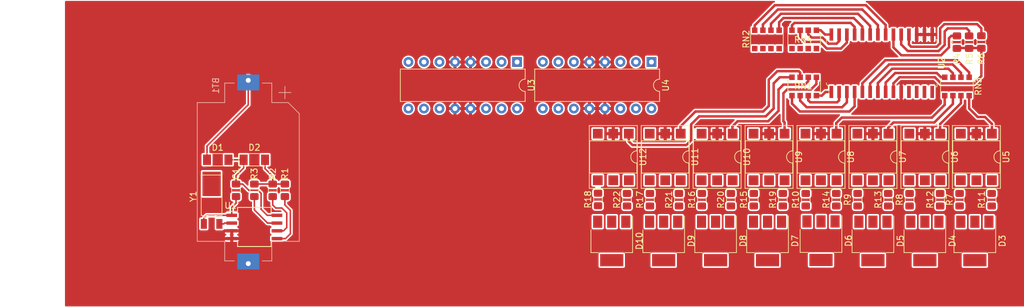
<source format=kicad_pcb>
(kicad_pcb (version 20171130) (host pcbnew "(5.0.0)")
  (layers (0 F.Cu signal) (31 B.Cu signal) (34 B.Paste user hide) (35 F.Paste user hide) (36 B.SilkS user hide) (37 F.SilkS user) (38 B.Mask user hide) (39 F.Mask user hide) (44 Edge.Cuts user))
  (net 0 "")
  (net 1 GND)
  (net 2 "Net-(BT1-Pad1)")
  (net 3 "Net-(C1-Pad1)")
  (net 4 "Net-(C1-Pad2)")
  (net 5 +5V)
  (net 6 /SDA)
  (net 7 /SCL)
  (net 8 "Net-(U1-Pad2)")
  (net 9 /~INT)
  (net 10 "Net-(U2-Pad11)")
  (net 11 "Net-(U2-Pad14)")
  (net 12 /~INTA)
  (net 13 /~INTB)
  (net 14 /~RST)
  (net 15 "Net-(RN1-Pad1)")
  (net 16 "Net-(RN1-Pad2)")
  (net 17 "Net-(RN1-Pad3)")
  (net 18 "Net-(RN1-Pad4)")
  (net 19 "Net-(RN3-Pad1)")
  (net 20 "Net-(RN3-Pad2)")
  (net 21 "Net-(RN3-Pad3)")
  (net 22 "Net-(RN3-Pad4)")
  (net 23 "Net-(RN2-Pad1)")
  (net 24 "Net-(RN2-Pad2)")
  (net 25 "Net-(RN2-Pad3)")
  (net 26 "Net-(RN2-Pad4)")
  (net 27 "Net-(RN4-Pad1)")
  (net 28 "Net-(RN4-Pad2)")
  (net 29 "Net-(RN4-Pad3)")
  (net 30 "Net-(RN4-Pad4)")
  (net 31 /M1ENA)
  (net 32 /M2ENA)
  (net 33 /MA)
  (net 34 "Net-(U3-Pad3)")
  (net 35 "Net-(U3-Pad11)")
  (net 36 "Net-(U3-Pad6)")
  (net 37 "Net-(U3-Pad14)")
  (net 38 /MB)
  (net 39 +15V)
  (net 40 "Net-(U4-Pad14)")
  (net 41 "Net-(U4-Pad6)")
  (net 42 "Net-(U4-Pad11)")
  (net 43 "Net-(U4-Pad3)")
  (net 44 /M4ENA)
  (net 45 /M3ENA)
  (net 46 "Net-(D3-Pad2)")
  (net 47 "Net-(D3-Pad3)")
  (net 48 "Net-(D3-Pad1)")
  (net 49 "Net-(D4-Pad1)")
  (net 50 "Net-(D4-Pad3)")
  (net 51 "Net-(D4-Pad2)")
  (net 52 "Net-(D5-Pad1)")
  (net 53 "Net-(D5-Pad3)")
  (net 54 "Net-(D5-Pad2)")
  (net 55 "Net-(D6-Pad2)")
  (net 56 "Net-(D6-Pad3)")
  (net 57 "Net-(D6-Pad1)")
  (net 58 "Net-(D7-Pad1)")
  (net 59 "Net-(D7-Pad3)")
  (net 60 "Net-(D7-Pad2)")
  (net 61 "Net-(D8-Pad2)")
  (net 62 "Net-(D8-Pad3)")
  (net 63 "Net-(D8-Pad1)")
  (net 64 "Net-(D9-Pad2)")
  (net 65 "Net-(D9-Pad3)")
  (net 66 "Net-(D9-Pad1)")
  (net 67 "Net-(D10-Pad1)")
  (net 68 "Net-(D10-Pad3)")
  (net 69 "Net-(D10-Pad2)")
  (net 70 "Net-(R11-Pad2)")
  (net 71 "Net-(R12-Pad2)")
  (net 72 "Net-(R13-Pad2)")
  (net 73 "Net-(R14-Pad2)")
  (net 74 "Net-(R19-Pad2)")
  (net 75 "Net-(R20-Pad2)")
  (net 76 "Net-(R21-Pad2)")
  (net 77 "Net-(R22-Pad2)")
  (net 78 /OC1)
  (net 79 "Net-(U5-Pad5)")
  (net 80 "Net-(U5-Pad3)")
  (net 81 /OC2)
  (net 82 "Net-(U6-Pad5)")
  (net 83 "Net-(U6-Pad3)")
  (net 84 "Net-(U7-Pad3)")
  (net 85 "Net-(U7-Pad5)")
  (net 86 /OC3)
  (net 87 /OC4)
  (net 88 "Net-(U8-Pad5)")
  (net 89 "Net-(U8-Pad3)")
  (net 90 "Net-(U9-Pad3)")
  (net 91 "Net-(U9-Pad5)")
  (net 92 /OC5)
  (net 93 /OC6)
  (net 94 "Net-(U10-Pad5)")
  (net 95 "Net-(U10-Pad3)")
  (net 96 "Net-(U11-Pad3)")
  (net 97 "Net-(U11-Pad5)")
  (net 98 /OC7)
  (net 99 "Net-(U12-Pad3)")
  (net 100 "Net-(U12-Pad5)")
  (net 101 /OC8)
  (net 102 "Net-(RN2-Pad6)")
  (net 103 "Net-(RN2-Pad5)")
  (net 104 "Net-(RN2-Pad8)")
  (net 105 "Net-(RN2-Pad7)")
  (net 106 "Net-(RN4-Pad7)")
  (net 107 "Net-(RN4-Pad8)")
  (net 108 "Net-(RN4-Pad5)")
  (net 109 "Net-(RN4-Pad6)")
  (module Battery:BatteryHolder_Keystone_1060_1x2032 (layer B.Cu) (at 73 63 270)
    (fp_text reference BT1 (at -14.125 5.3 270) (layer B.SilkS) (effects (justify mirror)))
    (fp_text value CR2032)
    (pad 2 smd rect (at 14.65 0 90) (size 2.6 3.6) (layers B.Cu B.Paste B.Mask) (net 1 GND))
    (pad 1 smd rect (at -14.65 0 90) (size 2.6 3.6) (layers B.Cu B.Paste B.Mask) (net 2 "Net-(BT1-Pad1)"))
  )
  (module Capacitor_SMD:C_0805_2012Metric_Pad1.15x1.40mm_HandSolder (layer F.Cu) (at 71 66 270)
    (fp_text reference C1 (at -2.7 0 270) (layer F.SilkS))
    (fp_text value 22p)
    (pad 1 smd roundrect (at -1.025 0 270) (size 1.15 1.4) (layers F.Cu F.Paste F.Mask) (roundrect_rratio 0.217391) (net 3 "Net-(C1-Pad1)"))
    (pad 2 smd roundrect (at 1.025 0 270) (size 1.15 1.4) (layers F.Cu F.Paste F.Mask) (roundrect_rratio 0.217391) (net 4 "Net-(C1-Pad2)"))
  )
  (module Diode_SMD:D_MiniMELF (layer F.Cu) (at 68 61 180)
    (fp_text reference D1 (at 0 2 180) (layer F.SilkS))
    (fp_text value BAS32)
    (pad 1 smd rect (at -1.75 0 180) (size 1.3 1.7) (layers F.Cu F.Paste F.Mask) (net 3 "Net-(C1-Pad1)"))
    (pad 2 smd rect (at 1.75 0 180) (size 1.3 1.7) (layers F.Cu F.Paste F.Mask) (net 2 "Net-(BT1-Pad1)"))
  )
  (module Diode_SMD:D_MiniMELF (layer F.Cu) (at 74 61)
    (fp_text reference D2 (at 0 -2) (layer F.SilkS))
    (fp_text value BAS32)
    (pad 2 smd rect (at 1.75 0) (size 1.3 1.7) (layers F.Cu F.Paste F.Mask) (net 5 +5V))
    (pad 1 smd rect (at -1.75 0) (size 1.3 1.7) (layers F.Cu F.Paste F.Mask) (net 3 "Net-(C1-Pad1)"))
  )
  (module Resistor_SMD:R_0805_2012Metric_Pad1.15x1.40mm_HandSolder (layer F.Cu) (at 79 66 270)
    (fp_text reference R1 (at -2.7 0 270) (layer F.SilkS))
    (fp_text value 4.7k)
    (pad 1 smd roundrect (at -1.025 0 270) (size 1.15 1.4) (layers F.Cu F.Paste F.Mask) (roundrect_rratio 0.217391) (net 5 +5V))
    (pad 2 smd roundrect (at 1.025 0 270) (size 1.15 1.4) (layers F.Cu F.Paste F.Mask) (roundrect_rratio 0.217391) (net 6 /SDA))
  )
  (module Resistor_SMD:R_0805_2012Metric_Pad1.15x1.40mm_HandSolder (layer F.Cu) (at 77 66 270)
    (fp_text reference R2 (at -2.7 0 270) (layer F.SilkS))
    (fp_text value 4.7k)
    (pad 2 smd roundrect (at 1.025 0 270) (size 1.15 1.4) (layers F.Cu F.Paste F.Mask) (roundrect_rratio 0.217391) (net 7 /SCL))
    (pad 1 smd roundrect (at -1.025 0 270) (size 1.15 1.4) (layers F.Cu F.Paste F.Mask) (roundrect_rratio 0.217391) (net 5 +5V))
  )
  (module Package_SO:SO-8_5.3x6.2mm_P1.27mm (layer F.Cu) (at 74 72)
    (fp_text reference U1 (at -3.9 -3.5) (layer F.SilkS))
    (fp_text value PCF8583T)
    (pad 1 smd rect (at -3.7 -1.905) (size 1.75 0.55) (layers F.Cu F.Paste F.Mask) (net 4 "Net-(C1-Pad2)"))
    (pad 2 smd rect (at -3.7 -0.635) (size 1.75 0.55) (layers F.Cu F.Paste F.Mask) (net 8 "Net-(U1-Pad2)"))
    (pad 3 smd rect (at -3.7 0.635) (size 1.75 0.55) (layers F.Cu F.Paste F.Mask) (net 1 GND))
    (pad 4 smd rect (at -3.7 1.905) (size 1.75 0.55) (layers F.Cu F.Paste F.Mask) (net 1 GND))
    (pad 5 smd rect (at 3.7 1.905) (size 1.75 0.55) (layers F.Cu F.Paste F.Mask) (net 6 /SDA))
    (pad 6 smd rect (at 3.7 0.635) (size 1.75 0.55) (layers F.Cu F.Paste F.Mask) (net 7 /SCL))
    (pad 7 smd rect (at 3.7 -0.635) (size 1.75 0.55) (layers F.Cu F.Paste F.Mask) (net 9 /~INT))
    (pad 8 smd rect (at 3.7 -1.905) (size 1.75 0.55) (layers F.Cu F.Paste F.Mask) (net 3 "Net-(C1-Pad1)"))
  )
  (module Resistor_SMD:R_0805_2012Metric_Pad1.15x1.40mm_HandSolder (layer F.Cu) (at 74 66 270)
    (fp_text reference R3 (at -2.7 0 270) (layer F.SilkS))
    (fp_text value 4.7k)
    (pad 1 smd roundrect (at -1.025 0 270) (size 1.15 1.4) (layers F.Cu F.Paste F.Mask) (roundrect_rratio 0.217391) (net 5 +5V))
    (pad 2 smd roundrect (at 1.025 0 270) (size 1.15 1.4) (layers F.Cu F.Paste F.Mask) (roundrect_rratio 0.217391) (net 9 /~INT))
  )
  (module Crystal:Crystal_SMD_FrontierElectronics_FM206 (layer F.Cu) (at 67 68 180)
    (fp_text reference Y1 (at 3 1 270) (layer F.SilkS))
    (fp_text value 32768)
    (pad 1 smd rect (at -1.27 -3.5 180) (size 1 1.6) (layers F.Cu F.Paste F.Mask) (net 8 "Net-(U1-Pad2)"))
    (pad 2 smd rect (at 1.27 -3.5 180) (size 1 1.6) (layers F.Cu F.Paste F.Mask) (net 4 "Net-(C1-Pad2)"))
    (pad 3 smd rect (at 0 3.05 180) (size 3 4) (layers F.Cu F.Paste F.Mask))
  )
  (module digikey-footprints:SOIC-28_W7.5mm (layer F.Cu) (at 176.7 45.2 90)
    (fp_text reference U2 (at 0 9.795 90) (layer F.SilkS))
    (fp_text value MCP23017-E_SO)
    (pad 1 smd rect (at -4.7 -8.255 90) (size 2 0.6) (layers F.Cu F.Paste F.Mask) (net 18 "Net-(RN1-Pad4)"))
    (pad 2 smd rect (at -4.7 -6.985 90) (size 2 0.6) (layers F.Cu F.Paste F.Mask) (net 17 "Net-(RN1-Pad3)"))
    (pad 3 smd rect (at -4.7 -5.715 90) (size 2 0.6) (layers F.Cu F.Paste F.Mask) (net 16 "Net-(RN1-Pad2)"))
    (pad 4 smd rect (at -4.7 -4.445 90) (size 2 0.6) (layers F.Cu F.Paste F.Mask) (net 15 "Net-(RN1-Pad1)"))
    (pad 5 smd rect (at -4.7 -3.175 90) (size 2 0.6) (layers F.Cu F.Paste F.Mask) (net 19 "Net-(RN3-Pad1)"))
    (pad 6 smd rect (at -4.7 -1.905 90) (size 2 0.6) (layers F.Cu F.Paste F.Mask) (net 20 "Net-(RN3-Pad2)"))
    (pad 7 smd rect (at -4.7 -0.635 90) (size 2 0.6) (layers F.Cu F.Paste F.Mask) (net 21 "Net-(RN3-Pad3)"))
    (pad 8 smd rect (at -4.7 0.635 90) (size 2 0.6) (layers F.Cu F.Paste F.Mask) (net 22 "Net-(RN3-Pad4)"))
    (pad 9 smd rect (at -4.7 1.905 90) (size 2 0.6) (layers F.Cu F.Paste F.Mask) (net 5 +5V))
    (pad 10 smd rect (at -4.7 3.175 90) (size 2 0.6) (layers F.Cu F.Paste F.Mask) (net 1 GND))
    (pad 11 smd rect (at -4.7 4.445 90) (size 2 0.6) (layers F.Cu F.Paste F.Mask) (net 10 "Net-(U2-Pad11)"))
    (pad 12 smd rect (at -4.7 5.715 90) (size 2 0.6) (layers F.Cu F.Paste F.Mask) (net 7 /SCL))
    (pad 13 smd rect (at -4.7 6.985 90) (size 2 0.6) (layers F.Cu F.Paste F.Mask) (net 6 /SDA))
    (pad 14 smd rect (at -4.7 8.255 90) (size 2 0.6) (layers F.Cu F.Paste F.Mask) (net 11 "Net-(U2-Pad14)"))
    (pad 15 smd rect (at 4.7 8.255 90) (size 2 0.6) (layers F.Cu F.Paste F.Mask) (net 1 GND))
    (pad 16 smd rect (at 4.7 6.985 90) (size 2 0.6) (layers F.Cu F.Paste F.Mask) (net 1 GND))
    (pad 17 smd rect (at 4.7 5.715 90) (size 2 0.6) (layers F.Cu F.Paste F.Mask) (net 1 GND))
    (pad 18 smd rect (at 4.7 4.445 90) (size 2 0.6) (layers F.Cu F.Paste F.Mask) (net 14 /~RST))
    (pad 19 smd rect (at 4.7 3.175 90) (size 2 0.6) (layers F.Cu F.Paste F.Mask) (net 13 /~INTB))
    (pad 20 smd rect (at 4.7 1.905 90) (size 2 0.6) (layers F.Cu F.Paste F.Mask) (net 12 /~INTA))
    (pad 21 smd rect (at 4.7 0.635 90) (size 2 0.6) (layers F.Cu F.Paste F.Mask) (net 26 "Net-(RN2-Pad4)"))
    (pad 22 smd rect (at 4.7 -0.635 90) (size 2 0.6) (layers F.Cu F.Paste F.Mask) (net 25 "Net-(RN2-Pad3)"))
    (pad 23 smd rect (at 4.7 -1.905 90) (size 2 0.6) (layers F.Cu F.Paste F.Mask) (net 24 "Net-(RN2-Pad2)"))
    (pad 24 smd rect (at 4.7 -3.175 90) (size 2 0.6) (layers F.Cu F.Paste F.Mask) (net 23 "Net-(RN2-Pad1)"))
    (pad 25 smd rect (at 4.7 -4.445 90) (size 2 0.6) (layers F.Cu F.Paste F.Mask) (net 30 "Net-(RN4-Pad4)"))
    (pad 26 smd rect (at 4.7 -5.715 90) (size 2 0.6) (layers F.Cu F.Paste F.Mask) (net 29 "Net-(RN4-Pad3)"))
    (pad 27 smd rect (at 4.7 -6.985 90) (size 2 0.6) (layers F.Cu F.Paste F.Mask) (net 28 "Net-(RN4-Pad2)"))
    (pad 28 smd rect (at 4.7 -8.255 90) (size 2 0.6) (layers F.Cu F.Paste F.Mask) (net 27 "Net-(RN4-Pad1)"))
  )
  (module Resistor_SMD:R_0805_2012Metric_Pad1.15x1.40mm_HandSolder (layer F.Cu) (at 189 41.75 90)
    (fp_text reference R4 (at -2.75 0.005 90) (layer F.SilkS))
    (fp_text value 4.7k)
    (pad 1 smd roundrect (at -1.025 0 90) (size 1.15 1.4) (layers F.Cu F.Paste F.Mask) (roundrect_rratio 0.217391) (net 5 +5V))
    (pad 2 smd roundrect (at 1.025 0 90) (size 1.15 1.4) (layers F.Cu F.Paste F.Mask) (roundrect_rratio 0.217391) (net 12 /~INTA))
  )
  (module Resistor_SMD:R_0805_2012Metric_Pad1.15x1.40mm_HandSolder (layer F.Cu) (at 191 41.75 90)
    (fp_text reference R5 (at -2.75 0.055 90) (layer F.SilkS))
    (fp_text value 4.7k)
    (pad 2 smd roundrect (at 1.025 0 90) (size 1.15 1.4) (layers F.Cu F.Paste F.Mask) (roundrect_rratio 0.217391) (net 13 /~INTB))
    (pad 1 smd roundrect (at -1.025 0 90) (size 1.15 1.4) (layers F.Cu F.Paste F.Mask) (roundrect_rratio 0.217391) (net 5 +5V))
  )
  (module Resistor_SMD:R_0805_2012Metric_Pad1.15x1.40mm_HandSolder (layer F.Cu) (at 193 41.725 90)
    (fp_text reference R6 (at -2.75 0.005 90) (layer F.SilkS))
    (fp_text value 4.7k)
    (pad 1 smd roundrect (at -1.025 0 90) (size 1.15 1.4) (layers F.Cu F.Paste F.Mask) (roundrect_rratio 0.217391) (net 5 +5V))
    (pad 2 smd roundrect (at 1.025 0 90) (size 1.15 1.4) (layers F.Cu F.Paste F.Mask) (roundrect_rratio 0.217391) (net 14 /~RST))
  )
  (module Resistor_SMD:R_Array_Convex_4x1206 (layer F.Cu) (at 164 49 90)
    (fp_text reference RN1 (at 0.055 -0.15 180) (layer F.SilkS))
    (fp_text value R_Pack04)
    (pad 6 smd rect (at 1.5 0.66 90) (size 0.9 0.9) (layers F.Cu F.Paste F.Mask) (net 93 /OC6))
    (pad 5 smd rect (at 1.5 2 90) (size 0.9 0.9) (layers F.Cu F.Paste F.Mask) (net 92 /OC5))
    (pad 8 smd rect (at 1.5 -2 90) (size 0.9 0.9) (layers F.Cu F.Paste F.Mask) (net 101 /OC8))
    (pad 7 smd rect (at 1.5 -0.66 90) (size 0.9 0.9) (layers F.Cu F.Paste F.Mask) (net 98 /OC7))
    (pad 3 smd rect (at -1.5 0.66 90) (size 0.9 0.9) (layers F.Cu F.Paste F.Mask) (net 17 "Net-(RN1-Pad3)"))
    (pad 2 smd rect (at -1.5 -0.66 90) (size 0.9 0.9) (layers F.Cu F.Paste F.Mask) (net 16 "Net-(RN1-Pad2)"))
    (pad 4 smd rect (at -1.5 2 90) (size 0.9 0.9) (layers F.Cu F.Paste F.Mask) (net 18 "Net-(RN1-Pad4)"))
    (pad 1 smd rect (at -1.5 -2 90) (size 0.9 0.9) (layers F.Cu F.Paste F.Mask) (net 15 "Net-(RN1-Pad1)"))
  )
  (module Resistor_SMD:R_Array_Convex_4x1206 (layer F.Cu) (at 157.9 41.3 270)
    (fp_text reference RN2 (at -0.045 3.4 270) (layer F.SilkS))
    (fp_text value R_Pack04)
    (pad 6 smd rect (at 1.5 0.66 270) (size 0.9 0.9) (layers F.Cu F.Paste F.Mask) (net 102 "Net-(RN2-Pad6)"))
    (pad 5 smd rect (at 1.5 2 270) (size 0.9 0.9) (layers F.Cu F.Paste F.Mask) (net 103 "Net-(RN2-Pad5)"))
    (pad 8 smd rect (at 1.5 -2 270) (size 0.9 0.9) (layers F.Cu F.Paste F.Mask) (net 104 "Net-(RN2-Pad8)"))
    (pad 7 smd rect (at 1.5 -0.66 270) (size 0.9 0.9) (layers F.Cu F.Paste F.Mask) (net 105 "Net-(RN2-Pad7)"))
    (pad 3 smd rect (at -1.5 0.66 270) (size 0.9 0.9) (layers F.Cu F.Paste F.Mask) (net 25 "Net-(RN2-Pad3)"))
    (pad 2 smd rect (at -1.5 -0.66 270) (size 0.9 0.9) (layers F.Cu F.Paste F.Mask) (net 24 "Net-(RN2-Pad2)"))
    (pad 4 smd rect (at -1.5 2 270) (size 0.9 0.9) (layers F.Cu F.Paste F.Mask) (net 26 "Net-(RN2-Pad4)"))
    (pad 1 smd rect (at -1.5 -2 270) (size 0.9 0.9) (layers F.Cu F.Paste F.Mask) (net 23 "Net-(RN2-Pad1)"))
  )
  (module Resistor_SMD:R_Array_Convex_4x1206 (layer F.Cu) (at 189 49 270)
    (fp_text reference RN3 (at 0 -3.5 270) (layer F.SilkS))
    (fp_text value R_Pack04)
    (pad 1 smd rect (at -1.5 -2 270) (size 0.9 0.9) (layers F.Cu F.Paste F.Mask) (net 19 "Net-(RN3-Pad1)"))
    (pad 4 smd rect (at -1.5 2 270) (size 0.9 0.9) (layers F.Cu F.Paste F.Mask) (net 22 "Net-(RN3-Pad4)"))
    (pad 2 smd rect (at -1.5 -0.66 270) (size 0.9 0.9) (layers F.Cu F.Paste F.Mask) (net 20 "Net-(RN3-Pad2)"))
    (pad 3 smd rect (at -1.5 0.66 270) (size 0.9 0.9) (layers F.Cu F.Paste F.Mask) (net 21 "Net-(RN3-Pad3)"))
    (pad 7 smd rect (at 1.5 -0.66 270) (size 0.9 0.9) (layers F.Cu F.Paste F.Mask) (net 81 /OC2))
    (pad 8 smd rect (at 1.5 -2 270) (size 0.9 0.9) (layers F.Cu F.Paste F.Mask) (net 78 /OC1))
    (pad 5 smd rect (at 1.5 2 270) (size 0.9 0.9) (layers F.Cu F.Paste F.Mask) (net 87 /OC4))
    (pad 6 smd rect (at 1.5 0.66 270) (size 0.9 0.9) (layers F.Cu F.Paste F.Mask) (net 86 /OC3))
  )
  (module Resistor_SMD:R_Array_Convex_4x1206 (layer F.Cu) (at 164 41.3 270)
    (fp_text reference RN4 (at 0.055 0.15) (layer F.SilkS))
    (fp_text value R_Pack04)
    (pad 1 smd rect (at -1.5 -2 270) (size 0.9 0.9) (layers F.Cu F.Paste F.Mask) (net 27 "Net-(RN4-Pad1)"))
    (pad 4 smd rect (at -1.5 2 270) (size 0.9 0.9) (layers F.Cu F.Paste F.Mask) (net 30 "Net-(RN4-Pad4)"))
    (pad 2 smd rect (at -1.5 -0.66 270) (size 0.9 0.9) (layers F.Cu F.Paste F.Mask) (net 28 "Net-(RN4-Pad2)"))
    (pad 3 smd rect (at -1.5 0.66 270) (size 0.9 0.9) (layers F.Cu F.Paste F.Mask) (net 29 "Net-(RN4-Pad3)"))
    (pad 7 smd rect (at 1.5 -0.66 270) (size 0.9 0.9) (layers F.Cu F.Paste F.Mask) (net 106 "Net-(RN4-Pad7)"))
    (pad 8 smd rect (at 1.5 -2 270) (size 0.9 0.9) (layers F.Cu F.Paste F.Mask) (net 107 "Net-(RN4-Pad8)"))
    (pad 5 smd rect (at 1.5 2 270) (size 0.9 0.9) (layers F.Cu F.Paste F.Mask) (net 108 "Net-(RN4-Pad5)"))
    (pad 6 smd rect (at 1.5 0.66 270) (size 0.9 0.9) (layers F.Cu F.Paste F.Mask) (net 109 "Net-(RN4-Pad6)"))
  )
  (module Package_DIP:DIP-16_W7.62mm (layer F.Cu) (at 117 45 270)
    (fp_text reference U3 (at 3.81 -2.33 270) (layer F.SilkS))
    (fp_text value L293D)
    (pad 1 thru_hole rect (at 0 0 270) (size 1.6 1.6) (drill 0.8) (layers *.Cu *.Mask) (net 31 /M1ENA))
    (pad 9 thru_hole oval (at 7.62 17.78 270) (size 1.6 1.6) (drill 0.8) (layers *.Cu *.Mask) (net 32 /M2ENA))
    (pad 2 thru_hole oval (at 0 2.54 270) (size 1.6 1.6) (drill 0.8) (layers *.Cu *.Mask) (net 33 /MA))
    (pad 10 thru_hole oval (at 7.62 15.24 270) (size 1.6 1.6) (drill 0.8) (layers *.Cu *.Mask) (net 33 /MA))
    (pad 3 thru_hole oval (at 0 5.08 270) (size 1.6 1.6) (drill 0.8) (layers *.Cu *.Mask) (net 34 "Net-(U3-Pad3)"))
    (pad 11 thru_hole oval (at 7.62 12.7 270) (size 1.6 1.6) (drill 0.8) (layers *.Cu *.Mask) (net 35 "Net-(U3-Pad11)"))
    (pad 4 thru_hole oval (at 0 7.62 270) (size 1.6 1.6) (drill 0.8) (layers *.Cu *.Mask) (net 1 GND))
    (pad 12 thru_hole oval (at 7.62 10.16 270) (size 1.6 1.6) (drill 0.8) (layers *.Cu *.Mask) (net 1 GND))
    (pad 5 thru_hole oval (at 0 10.16 270) (size 1.6 1.6) (drill 0.8) (layers *.Cu *.Mask) (net 1 GND))
    (pad 13 thru_hole oval (at 7.62 7.62 270) (size 1.6 1.6) (drill 0.8) (layers *.Cu *.Mask) (net 1 GND))
    (pad 6 thru_hole oval (at 0 12.7 270) (size 1.6 1.6) (drill 0.8) (layers *.Cu *.Mask) (net 36 "Net-(U3-Pad6)"))
    (pad 14 thru_hole oval (at 7.62 5.08 270) (size 1.6 1.6) (drill 0.8) (layers *.Cu *.Mask) (net 37 "Net-(U3-Pad14)"))
    (pad 7 thru_hole oval (at 0 15.24 270) (size 1.6 1.6) (drill 0.8) (layers *.Cu *.Mask) (net 38 /MB))
    (pad 15 thru_hole oval (at 7.62 2.54 270) (size 1.6 1.6) (drill 0.8) (layers *.Cu *.Mask) (net 38 /MB))
    (pad 8 thru_hole oval (at 0 17.78 270) (size 1.6 1.6) (drill 0.8) (layers *.Cu *.Mask) (net 39 +15V))
    (pad 16 thru_hole oval (at 7.62 0 270) (size 1.6 1.6) (drill 0.8) (layers *.Cu *.Mask) (net 5 +5V))
  )
  (module Package_DIP:DIP-16_W7.62mm (layer F.Cu) (at 139 45 270)
    (fp_text reference U4 (at 3.81 -2.33 270) (layer F.SilkS))
    (fp_text value L293D)
    (pad 16 thru_hole oval (at 7.62 0 270) (size 1.6 1.6) (drill 0.8) (layers *.Cu *.Mask) (net 5 +5V))
    (pad 8 thru_hole oval (at 0 17.78 270) (size 1.6 1.6) (drill 0.8) (layers *.Cu *.Mask) (net 39 +15V))
    (pad 15 thru_hole oval (at 7.62 2.54 270) (size 1.6 1.6) (drill 0.8) (layers *.Cu *.Mask) (net 38 /MB))
    (pad 7 thru_hole oval (at 0 15.24 270) (size 1.6 1.6) (drill 0.8) (layers *.Cu *.Mask) (net 38 /MB))
    (pad 14 thru_hole oval (at 7.62 5.08 270) (size 1.6 1.6) (drill 0.8) (layers *.Cu *.Mask) (net 40 "Net-(U4-Pad14)"))
    (pad 6 thru_hole oval (at 0 12.7 270) (size 1.6 1.6) (drill 0.8) (layers *.Cu *.Mask) (net 41 "Net-(U4-Pad6)"))
    (pad 13 thru_hole oval (at 7.62 7.62 270) (size 1.6 1.6) (drill 0.8) (layers *.Cu *.Mask) (net 1 GND))
    (pad 5 thru_hole oval (at 0 10.16 270) (size 1.6 1.6) (drill 0.8) (layers *.Cu *.Mask) (net 1 GND))
    (pad 12 thru_hole oval (at 7.62 10.16 270) (size 1.6 1.6) (drill 0.8) (layers *.Cu *.Mask) (net 1 GND))
    (pad 4 thru_hole oval (at 0 7.62 270) (size 1.6 1.6) (drill 0.8) (layers *.Cu *.Mask) (net 1 GND))
    (pad 11 thru_hole oval (at 7.62 12.7 270) (size 1.6 1.6) (drill 0.8) (layers *.Cu *.Mask) (net 42 "Net-(U4-Pad11)"))
    (pad 3 thru_hole oval (at 0 5.08 270) (size 1.6 1.6) (drill 0.8) (layers *.Cu *.Mask) (net 43 "Net-(U4-Pad3)"))
    (pad 10 thru_hole oval (at 7.62 15.24 270) (size 1.6 1.6) (drill 0.8) (layers *.Cu *.Mask) (net 33 /MA))
    (pad 2 thru_hole oval (at 0 2.54 270) (size 1.6 1.6) (drill 0.8) (layers *.Cu *.Mask) (net 33 /MA))
    (pad 9 thru_hole oval (at 7.62 17.78 270) (size 1.6 1.6) (drill 0.8) (layers *.Cu *.Mask) (net 44 /M4ENA))
    (pad 1 thru_hole rect (at 0 0 270) (size 1.6 1.6) (drill 0.8) (layers *.Cu *.Mask) (net 45 /M3ENA))
  )
  (module Package_TO_SOT_SMD:SOT-223 (layer F.Cu) (at 191.935642 74.290938 270)
    (fp_text reference D3 (at 0 -4.5 270) (layer F.SilkS))
    (fp_text value Z0103MN)
    (pad 4 smd rect (at 3.15 0 270) (size 2 3.8) (layers F.Cu F.Paste F.Mask) (net 46 "Net-(D3-Pad2)"))
    (pad 2 smd rect (at -3.15 0 270) (size 2 1.5) (layers F.Cu F.Paste F.Mask) (net 46 "Net-(D3-Pad2)"))
    (pad 3 smd rect (at -3.15 2.3 270) (size 2 1.5) (layers F.Cu F.Paste F.Mask) (net 47 "Net-(D3-Pad3)"))
    (pad 1 smd rect (at -3.15 -2.3 270) (size 2 1.5) (layers F.Cu F.Paste F.Mask) (net 48 "Net-(D3-Pad1)"))
  )
  (module Package_TO_SOT_SMD:SOT-223 (layer F.Cu) (at 183.75 74.290938 270)
    (fp_text reference D4 (at 0 -4.5 270) (layer F.SilkS))
    (fp_text value Z0103MN)
    (pad 1 smd rect (at -3.15 -2.3 270) (size 2 1.5) (layers F.Cu F.Paste F.Mask) (net 49 "Net-(D4-Pad1)"))
    (pad 3 smd rect (at -3.15 2.3 270) (size 2 1.5) (layers F.Cu F.Paste F.Mask) (net 50 "Net-(D4-Pad3)"))
    (pad 2 smd rect (at -3.15 0 270) (size 2 1.5) (layers F.Cu F.Paste F.Mask) (net 51 "Net-(D4-Pad2)"))
    (pad 4 smd rect (at 3.15 0 270) (size 2 3.8) (layers F.Cu F.Paste F.Mask) (net 51 "Net-(D4-Pad2)"))
  )
  (module Package_TO_SOT_SMD:SOT-223 (layer F.Cu) (at 175.25 74.290938 270)
    (fp_text reference D5 (at 0 -4.5 270) (layer F.SilkS))
    (fp_text value Z0103MN)
    (pad 1 smd rect (at -3.15 -2.3 270) (size 2 1.5) (layers F.Cu F.Paste F.Mask) (net 52 "Net-(D5-Pad1)"))
    (pad 3 smd rect (at -3.15 2.3 270) (size 2 1.5) (layers F.Cu F.Paste F.Mask) (net 53 "Net-(D5-Pad3)"))
    (pad 2 smd rect (at -3.15 0 270) (size 2 1.5) (layers F.Cu F.Paste F.Mask) (net 54 "Net-(D5-Pad2)"))
    (pad 4 smd rect (at 3.15 0 270) (size 2 3.8) (layers F.Cu F.Paste F.Mask) (net 54 "Net-(D5-Pad2)"))
  )
  (module Package_TO_SOT_SMD:SOT-223 (layer F.Cu) (at 166.75 74.25 270)
    (fp_text reference D6 (at 0 -4.5 270) (layer F.SilkS))
    (fp_text value Z0103MN)
    (pad 4 smd rect (at 3.15 0 270) (size 2 3.8) (layers F.Cu F.Paste F.Mask) (net 55 "Net-(D6-Pad2)"))
    (pad 2 smd rect (at -3.15 0 270) (size 2 1.5) (layers F.Cu F.Paste F.Mask) (net 55 "Net-(D6-Pad2)"))
    (pad 3 smd rect (at -3.15 2.3 270) (size 2 1.5) (layers F.Cu F.Paste F.Mask) (net 56 "Net-(D6-Pad3)"))
    (pad 1 smd rect (at -3.15 -2.3 270) (size 2 1.5) (layers F.Cu F.Paste F.Mask) (net 57 "Net-(D6-Pad1)"))
  )
  (module Package_TO_SOT_SMD:SOT-223 (layer F.Cu) (at 158 74.290938 270)
    (fp_text reference D7 (at 0 -4.5 270) (layer F.SilkS))
    (fp_text value Z0103MN)
    (pad 1 smd rect (at -3.15 -2.3 270) (size 2 1.5) (layers F.Cu F.Paste F.Mask) (net 58 "Net-(D7-Pad1)"))
    (pad 3 smd rect (at -3.15 2.3 270) (size 2 1.5) (layers F.Cu F.Paste F.Mask) (net 59 "Net-(D7-Pad3)"))
    (pad 2 smd rect (at -3.15 0 270) (size 2 1.5) (layers F.Cu F.Paste F.Mask) (net 60 "Net-(D7-Pad2)"))
    (pad 4 smd rect (at 3.15 0 270) (size 2 3.8) (layers F.Cu F.Paste F.Mask) (net 60 "Net-(D7-Pad2)"))
  )
  (module Package_TO_SOT_SMD:SOT-223 (layer F.Cu) (at 149.5 74.290938 270)
    (fp_text reference D8 (at 0 -4.5 270) (layer F.SilkS))
    (fp_text value Z0103MN)
    (pad 4 smd rect (at 3.15 0 270) (size 2 3.8) (layers F.Cu F.Paste F.Mask) (net 61 "Net-(D8-Pad2)"))
    (pad 2 smd rect (at -3.15 0 270) (size 2 1.5) (layers F.Cu F.Paste F.Mask) (net 61 "Net-(D8-Pad2)"))
    (pad 3 smd rect (at -3.15 2.3 270) (size 2 1.5) (layers F.Cu F.Paste F.Mask) (net 62 "Net-(D8-Pad3)"))
    (pad 1 smd rect (at -3.15 -2.3 270) (size 2 1.5) (layers F.Cu F.Paste F.Mask) (net 63 "Net-(D8-Pad1)"))
  )
  (module Package_TO_SOT_SMD:SOT-223 (layer F.Cu) (at 141 74.290938 270)
    (fp_text reference D9 (at 0 -4.5 270) (layer F.SilkS))
    (fp_text value Z0103MN)
    (pad 4 smd rect (at 3.15 0 270) (size 2 3.8) (layers F.Cu F.Paste F.Mask) (net 64 "Net-(D9-Pad2)"))
    (pad 2 smd rect (at -3.15 0 270) (size 2 1.5) (layers F.Cu F.Paste F.Mask) (net 64 "Net-(D9-Pad2)"))
    (pad 3 smd rect (at -3.15 2.3 270) (size 2 1.5) (layers F.Cu F.Paste F.Mask) (net 65 "Net-(D9-Pad3)"))
    (pad 1 smd rect (at -3.15 -2.3 270) (size 2 1.5) (layers F.Cu F.Paste F.Mask) (net 66 "Net-(D9-Pad1)"))
  )
  (module Package_TO_SOT_SMD:SOT-223 (layer F.Cu) (at 132.5 74.290938 270)
    (fp_text reference D10 (at 0 -4.5 270) (layer F.SilkS))
    (fp_text value Z0103MN)
    (pad 1 smd rect (at -3.15 -2.3 270) (size 2 1.5) (layers F.Cu F.Paste F.Mask) (net 67 "Net-(D10-Pad1)"))
    (pad 3 smd rect (at -3.15 2.3 270) (size 2 1.5) (layers F.Cu F.Paste F.Mask) (net 68 "Net-(D10-Pad3)"))
    (pad 2 smd rect (at -3.15 0 270) (size 2 1.5) (layers F.Cu F.Paste F.Mask) (net 69 "Net-(D10-Pad2)"))
    (pad 4 smd rect (at 3.15 0 270) (size 2 3.8) (layers F.Cu F.Paste F.Mask) (net 69 "Net-(D10-Pad2)"))
  )
  (module Resistor_SMD:R_0805_2012Metric_Pad1.15x1.40mm_HandSolder (layer F.Cu) (at 189.435642 67.540938 90)
    (fp_text reference R7 (at 0 -1.65 90) (layer F.SilkS))
    (fp_text value 300)
    (pad 1 smd roundrect (at -1.025 0 90) (size 1.15 1.4) (layers F.Cu F.Paste F.Mask) (roundrect_rratio 0.217391) (net 47 "Net-(D3-Pad3)"))
    (pad 2 smd roundrect (at 1.025 0 90) (size 1.15 1.4) (layers F.Cu F.Paste F.Mask) (roundrect_rratio 0.217391) (net 48 "Net-(D3-Pad1)"))
  )
  (module Resistor_SMD:R_0805_2012Metric_Pad1.15x1.40mm_HandSolder (layer F.Cu) (at 181.25 67.540938 90)
    (fp_text reference R8 (at 0 -1.65 90) (layer F.SilkS))
    (fp_text value 300)
    (pad 1 smd roundrect (at -1.025 0 90) (size 1.15 1.4) (layers F.Cu F.Paste F.Mask) (roundrect_rratio 0.217391) (net 50 "Net-(D4-Pad3)"))
    (pad 2 smd roundrect (at 1.025 0 90) (size 1.15 1.4) (layers F.Cu F.Paste F.Mask) (roundrect_rratio 0.217391) (net 49 "Net-(D4-Pad1)"))
  )
  (module Resistor_SMD:R_0805_2012Metric_Pad1.15x1.40mm_HandSolder (layer F.Cu) (at 172.75 67.540938 90)
    (fp_text reference R9 (at 0 -1.65 90) (layer F.SilkS))
    (fp_text value 300)
    (pad 2 smd roundrect (at 1.025 0 90) (size 1.15 1.4) (layers F.Cu F.Paste F.Mask) (roundrect_rratio 0.217391) (net 52 "Net-(D5-Pad1)"))
    (pad 1 smd roundrect (at -1.025 0 90) (size 1.15 1.4) (layers F.Cu F.Paste F.Mask) (roundrect_rratio 0.217391) (net 53 "Net-(D5-Pad3)"))
  )
  (module Resistor_SMD:R_0805_2012Metric_Pad1.15x1.40mm_HandSolder (layer F.Cu) (at 164.25 67.540938 90)
    (fp_text reference R10 (at 0 -1.65 90) (layer F.SilkS))
    (fp_text value 300)
    (pad 2 smd roundrect (at 1.025 0 90) (size 1.15 1.4) (layers F.Cu F.Paste F.Mask) (roundrect_rratio 0.217391) (net 57 "Net-(D6-Pad1)"))
    (pad 1 smd roundrect (at -1.025 0 90) (size 1.15 1.4) (layers F.Cu F.Paste F.Mask) (roundrect_rratio 0.217391) (net 56 "Net-(D6-Pad3)"))
  )
  (module Resistor_SMD:R_0805_2012Metric_Pad1.15x1.40mm_HandSolder (layer F.Cu) (at 194.685642 67.540938 90)
    (fp_text reference R11 (at 0 -1.65 90) (layer F.SilkS))
    (fp_text value 470)
    (pad 2 smd roundrect (at 1.025 0 90) (size 1.15 1.4) (layers F.Cu F.Paste F.Mask) (roundrect_rratio 0.217391) (net 70 "Net-(R11-Pad2)"))
    (pad 1 smd roundrect (at -1.025 0 90) (size 1.15 1.4) (layers F.Cu F.Paste F.Mask) (roundrect_rratio 0.217391) (net 46 "Net-(D3-Pad2)"))
  )
  (module Resistor_SMD:R_0805_2012Metric_Pad1.15x1.40mm_HandSolder (layer F.Cu) (at 186.25 67.540938 90)
    (fp_text reference R12 (at 0 -1.65 90) (layer F.SilkS))
    (fp_text value 470)
    (pad 2 smd roundrect (at 1.025 0 90) (size 1.15 1.4) (layers F.Cu F.Paste F.Mask) (roundrect_rratio 0.217391) (net 71 "Net-(R12-Pad2)"))
    (pad 1 smd roundrect (at -1.025 0 90) (size 1.15 1.4) (layers F.Cu F.Paste F.Mask) (roundrect_rratio 0.217391) (net 51 "Net-(D4-Pad2)"))
  )
  (module Resistor_SMD:R_0805_2012Metric_Pad1.15x1.40mm_HandSolder (layer F.Cu) (at 177.75 67.540938 90)
    (fp_text reference R13 (at 0 -1.65 90) (layer F.SilkS))
    (fp_text value 470)
    (pad 1 smd roundrect (at -1.025 0 90) (size 1.15 1.4) (layers F.Cu F.Paste F.Mask) (roundrect_rratio 0.217391) (net 54 "Net-(D5-Pad2)"))
    (pad 2 smd roundrect (at 1.025 0 90) (size 1.15 1.4) (layers F.Cu F.Paste F.Mask) (roundrect_rratio 0.217391) (net 72 "Net-(R13-Pad2)"))
  )
  (module Resistor_SMD:R_0805_2012Metric_Pad1.15x1.40mm_HandSolder (layer F.Cu) (at 169.25 67.540938 90)
    (fp_text reference R14 (at 0 -1.65 90) (layer F.SilkS))
    (fp_text value 470)
    (pad 1 smd roundrect (at -1.025 0 90) (size 1.15 1.4) (layers F.Cu F.Paste F.Mask) (roundrect_rratio 0.217391) (net 55 "Net-(D6-Pad2)"))
    (pad 2 smd roundrect (at 1.025 0 90) (size 1.15 1.4) (layers F.Cu F.Paste F.Mask) (roundrect_rratio 0.217391) (net 73 "Net-(R14-Pad2)"))
  )
  (module Resistor_SMD:R_0805_2012Metric_Pad1.15x1.40mm_HandSolder (layer F.Cu) (at 155.75 67.540938 90)
    (fp_text reference R15 (at 0 -1.65 90) (layer F.SilkS))
    (fp_text value 300)
    (pad 1 smd roundrect (at -1.025 0 90) (size 1.15 1.4) (layers F.Cu F.Paste F.Mask) (roundrect_rratio 0.217391) (net 59 "Net-(D7-Pad3)"))
    (pad 2 smd roundrect (at 1.025 0 90) (size 1.15 1.4) (layers F.Cu F.Paste F.Mask) (roundrect_rratio 0.217391) (net 58 "Net-(D7-Pad1)"))
  )
  (module Resistor_SMD:R_0805_2012Metric_Pad1.15x1.40mm_HandSolder (layer F.Cu) (at 147.25 67.540938 90)
    (fp_text reference R16 (at 0 -1.65 90) (layer F.SilkS))
    (fp_text value 300)
    (pad 2 smd roundrect (at 1.025 0 90) (size 1.15 1.4) (layers F.Cu F.Paste F.Mask) (roundrect_rratio 0.217391) (net 63 "Net-(D8-Pad1)"))
    (pad 1 smd roundrect (at -1.025 0 90) (size 1.15 1.4) (layers F.Cu F.Paste F.Mask) (roundrect_rratio 0.217391) (net 62 "Net-(D8-Pad3)"))
  )
  (module Resistor_SMD:R_0805_2012Metric_Pad1.15x1.40mm_HandSolder (layer F.Cu) (at 138.75 67.540938 90)
    (fp_text reference R17 (at 0 -1.65 90) (layer F.SilkS))
    (fp_text value 300)
    (pad 2 smd roundrect (at 1.025 0 90) (size 1.15 1.4) (layers F.Cu F.Paste F.Mask) (roundrect_rratio 0.217391) (net 66 "Net-(D9-Pad1)"))
    (pad 1 smd roundrect (at -1.025 0 90) (size 1.15 1.4) (layers F.Cu F.Paste F.Mask) (roundrect_rratio 0.217391) (net 65 "Net-(D9-Pad3)"))
  )
  (module Resistor_SMD:R_0805_2012Metric_Pad1.15x1.40mm_HandSolder (layer F.Cu) (at 130.25 67.5 90)
    (fp_text reference R18 (at 0 -1.65 90) (layer F.SilkS))
    (fp_text value 300)
    (pad 1 smd roundrect (at -1.025 0 90) (size 1.15 1.4) (layers F.Cu F.Paste F.Mask) (roundrect_rratio 0.217391) (net 68 "Net-(D10-Pad3)"))
    (pad 2 smd roundrect (at 1.025 0 90) (size 1.15 1.4) (layers F.Cu F.Paste F.Mask) (roundrect_rratio 0.217391) (net 67 "Net-(D10-Pad1)"))
  )
  (module Resistor_SMD:R_0805_2012Metric_Pad1.15x1.40mm_HandSolder (layer F.Cu) (at 160.5 67.540938 90)
    (fp_text reference R19 (at 0 -1.65 90) (layer F.SilkS))
    (fp_text value 470)
    (pad 2 smd roundrect (at 1.025 0 90) (size 1.15 1.4) (layers F.Cu F.Paste F.Mask) (roundrect_rratio 0.217391) (net 74 "Net-(R19-Pad2)"))
    (pad 1 smd roundrect (at -1.025 0 90) (size 1.15 1.4) (layers F.Cu F.Paste F.Mask) (roundrect_rratio 0.217391) (net 60 "Net-(D7-Pad2)"))
  )
  (module Resistor_SMD:R_0805_2012Metric_Pad1.15x1.40mm_HandSolder (layer F.Cu) (at 152 67.540938 90)
    (fp_text reference R20 (at 0 -1.65 90) (layer F.SilkS))
    (fp_text value 470)
    (pad 1 smd roundrect (at -1.025 0 90) (size 1.15 1.4) (layers F.Cu F.Paste F.Mask) (roundrect_rratio 0.217391) (net 61 "Net-(D8-Pad2)"))
    (pad 2 smd roundrect (at 1.025 0 90) (size 1.15 1.4) (layers F.Cu F.Paste F.Mask) (roundrect_rratio 0.217391) (net 75 "Net-(R20-Pad2)"))
  )
  (module Resistor_SMD:R_0805_2012Metric_Pad1.15x1.40mm_HandSolder (layer F.Cu) (at 143.5 67.540938 90)
    (fp_text reference R21 (at 0 -1.65 90) (layer F.SilkS))
    (fp_text value 470)
    (pad 1 smd roundrect (at -1.025 0 90) (size 1.15 1.4) (layers F.Cu F.Paste F.Mask) (roundrect_rratio 0.217391) (net 64 "Net-(D9-Pad2)"))
    (pad 2 smd roundrect (at 1.025 0 90) (size 1.15 1.4) (layers F.Cu F.Paste F.Mask) (roundrect_rratio 0.217391) (net 76 "Net-(R21-Pad2)"))
  )
  (module Resistor_SMD:R_0805_2012Metric_Pad1.15x1.40mm_HandSolder (layer F.Cu) (at 135 67.540938 90)
    (fp_text reference R22 (at 0 -1.65 90) (layer F.SilkS))
    (fp_text value 470)
    (pad 2 smd roundrect (at 1.025 0 90) (size 1.15 1.4) (layers F.Cu F.Paste F.Mask) (roundrect_rratio 0.217391) (net 77 "Net-(R22-Pad2)"))
    (pad 1 smd roundrect (at -1.025 0 90) (size 1.15 1.4) (layers F.Cu F.Paste F.Mask) (roundrect_rratio 0.217391) (net 69 "Net-(D10-Pad2)"))
  )
  (module Package_DIP:DIP-6_W7.62mm_SMDSocket_SmallPads (layer F.Cu) (at 192.185642 60.540938 270)
    (fp_text reference U5 (at 0 -4.87 270) (layer F.SilkS))
    (fp_text value MOC3063M)
    (pad 1 smd rect (at -3.81 -2.54 270) (size 1.6 1.6) (layers F.Cu F.Paste F.Mask) (net 78 /OC1))
    (pad 4 smd rect (at 3.81 2.54 270) (size 1.6 1.6) (layers F.Cu F.Paste F.Mask) (net 48 "Net-(D3-Pad1)"))
    (pad 2 smd rect (at -3.81 0 270) (size 1.6 1.6) (layers F.Cu F.Paste F.Mask) (net 1 GND))
    (pad 5 smd rect (at 3.81 0 270) (size 1.6 1.6) (layers F.Cu F.Paste F.Mask) (net 79 "Net-(U5-Pad5)"))
    (pad 3 smd rect (at -3.81 2.54 270) (size 1.6 1.6) (layers F.Cu F.Paste F.Mask) (net 80 "Net-(U5-Pad3)"))
    (pad 6 smd rect (at 3.81 -2.54 270) (size 1.6 1.6) (layers F.Cu F.Paste F.Mask) (net 70 "Net-(R11-Pad2)"))
  )
  (module Package_DIP:DIP-6_W7.62mm_SMDSocket_SmallPads (layer F.Cu) (at 183.75 60.540938 270)
    (fp_text reference U6 (at 0 -4.87 270) (layer F.SilkS))
    (fp_text value MOC3063M)
    (pad 1 smd rect (at -3.81 -2.54 270) (size 1.6 1.6) (layers F.Cu F.Paste F.Mask) (net 81 /OC2))
    (pad 4 smd rect (at 3.81 2.54 270) (size 1.6 1.6) (layers F.Cu F.Paste F.Mask) (net 49 "Net-(D4-Pad1)"))
    (pad 2 smd rect (at -3.81 0 270) (size 1.6 1.6) (layers F.Cu F.Paste F.Mask) (net 1 GND))
    (pad 5 smd rect (at 3.81 0 270) (size 1.6 1.6) (layers F.Cu F.Paste F.Mask) (net 82 "Net-(U6-Pad5)"))
    (pad 3 smd rect (at -3.81 2.54 270) (size 1.6 1.6) (layers F.Cu F.Paste F.Mask) (net 83 "Net-(U6-Pad3)"))
    (pad 6 smd rect (at 3.81 -2.54 270) (size 1.6 1.6) (layers F.Cu F.Paste F.Mask) (net 71 "Net-(R12-Pad2)"))
  )
  (module Package_DIP:DIP-6_W7.62mm_SMDSocket_SmallPads (layer F.Cu) (at 175.25 60.540938 270)
    (fp_text reference U7 (at 0 -4.87 270) (layer F.SilkS))
    (fp_text value MOC3063M)
    (pad 6 smd rect (at 3.81 -2.54 270) (size 1.6 1.6) (layers F.Cu F.Paste F.Mask) (net 72 "Net-(R13-Pad2)"))
    (pad 3 smd rect (at -3.81 2.54 270) (size 1.6 1.6) (layers F.Cu F.Paste F.Mask) (net 84 "Net-(U7-Pad3)"))
    (pad 5 smd rect (at 3.81 0 270) (size 1.6 1.6) (layers F.Cu F.Paste F.Mask) (net 85 "Net-(U7-Pad5)"))
    (pad 2 smd rect (at -3.81 0 270) (size 1.6 1.6) (layers F.Cu F.Paste F.Mask) (net 1 GND))
    (pad 4 smd rect (at 3.81 2.54 270) (size 1.6 1.6) (layers F.Cu F.Paste F.Mask) (net 52 "Net-(D5-Pad1)"))
    (pad 1 smd rect (at -3.81 -2.54 270) (size 1.6 1.6) (layers F.Cu F.Paste F.Mask) (net 86 /OC3))
  )
  (module Package_DIP:DIP-6_W7.62mm_SMDSocket_SmallPads (layer F.Cu) (at 166.75 60.540938 270)
    (fp_text reference U8 (at 0 -4.87 270) (layer F.SilkS))
    (fp_text value MOC3063M)
    (pad 1 smd rect (at -3.81 -2.54 270) (size 1.6 1.6) (layers F.Cu F.Paste F.Mask) (net 87 /OC4))
    (pad 4 smd rect (at 3.81 2.54 270) (size 1.6 1.6) (layers F.Cu F.Paste F.Mask) (net 57 "Net-(D6-Pad1)"))
    (pad 2 smd rect (at -3.81 0 270) (size 1.6 1.6) (layers F.Cu F.Paste F.Mask) (net 1 GND))
    (pad 5 smd rect (at 3.81 0 270) (size 1.6 1.6) (layers F.Cu F.Paste F.Mask) (net 88 "Net-(U8-Pad5)"))
    (pad 3 smd rect (at -3.81 2.54 270) (size 1.6 1.6) (layers F.Cu F.Paste F.Mask) (net 89 "Net-(U8-Pad3)"))
    (pad 6 smd rect (at 3.81 -2.54 270) (size 1.6 1.6) (layers F.Cu F.Paste F.Mask) (net 73 "Net-(R14-Pad2)"))
  )
  (module Package_DIP:DIP-6_W7.62mm_SMDSocket_SmallPads (layer F.Cu) (at 158.25 60.540938 270)
    (fp_text reference U9 (at 0 -4.87 270) (layer F.SilkS))
    (fp_text value MOC3063M)
    (pad 6 smd rect (at 3.81 -2.54 270) (size 1.6 1.6) (layers F.Cu F.Paste F.Mask) (net 74 "Net-(R19-Pad2)"))
    (pad 3 smd rect (at -3.81 2.54 270) (size 1.6 1.6) (layers F.Cu F.Paste F.Mask) (net 90 "Net-(U9-Pad3)"))
    (pad 5 smd rect (at 3.81 0 270) (size 1.6 1.6) (layers F.Cu F.Paste F.Mask) (net 91 "Net-(U9-Pad5)"))
    (pad 2 smd rect (at -3.81 0 270) (size 1.6 1.6) (layers F.Cu F.Paste F.Mask) (net 1 GND))
    (pad 4 smd rect (at 3.81 2.54 270) (size 1.6 1.6) (layers F.Cu F.Paste F.Mask) (net 58 "Net-(D7-Pad1)"))
    (pad 1 smd rect (at -3.81 -2.54 270) (size 1.6 1.6) (layers F.Cu F.Paste F.Mask) (net 92 /OC5))
  )
  (module Package_DIP:DIP-6_W7.62mm_SMDSocket_SmallPads (layer F.Cu) (at 149.75 60.540938 270)
    (fp_text reference U10 (at 0 -4.87 270) (layer F.SilkS))
    (fp_text value MOC3063M)
    (pad 1 smd rect (at -3.81 -2.54 270) (size 1.6 1.6) (layers F.Cu F.Paste F.Mask) (net 93 /OC6))
    (pad 4 smd rect (at 3.81 2.54 270) (size 1.6 1.6) (layers F.Cu F.Paste F.Mask) (net 63 "Net-(D8-Pad1)"))
    (pad 2 smd rect (at -3.81 0 270) (size 1.6 1.6) (layers F.Cu F.Paste F.Mask) (net 1 GND))
    (pad 5 smd rect (at 3.81 0 270) (size 1.6 1.6) (layers F.Cu F.Paste F.Mask) (net 94 "Net-(U10-Pad5)"))
    (pad 3 smd rect (at -3.81 2.54 270) (size 1.6 1.6) (layers F.Cu F.Paste F.Mask) (net 95 "Net-(U10-Pad3)"))
    (pad 6 smd rect (at 3.81 -2.54 270) (size 1.6 1.6) (layers F.Cu F.Paste F.Mask) (net 75 "Net-(R20-Pad2)"))
  )
  (module Package_DIP:DIP-6_W7.62mm_SMDSocket_SmallPads (layer F.Cu) (at 141.25 60.540938 270)
    (fp_text reference U11 (at 0 -4.87 270) (layer F.SilkS))
    (fp_text value MOC3063M)
    (pad 6 smd rect (at 3.81 -2.54 270) (size 1.6 1.6) (layers F.Cu F.Paste F.Mask) (net 76 "Net-(R21-Pad2)"))
    (pad 3 smd rect (at -3.81 2.54 270) (size 1.6 1.6) (layers F.Cu F.Paste F.Mask) (net 96 "Net-(U11-Pad3)"))
    (pad 5 smd rect (at 3.81 0 270) (size 1.6 1.6) (layers F.Cu F.Paste F.Mask) (net 97 "Net-(U11-Pad5)"))
    (pad 2 smd rect (at -3.81 0 270) (size 1.6 1.6) (layers F.Cu F.Paste F.Mask) (net 1 GND))
    (pad 4 smd rect (at 3.81 2.54 270) (size 1.6 1.6) (layers F.Cu F.Paste F.Mask) (net 66 "Net-(D9-Pad1)"))
    (pad 1 smd rect (at -3.81 -2.54 270) (size 1.6 1.6) (layers F.Cu F.Paste F.Mask) (net 98 /OC7))
  )
  (module Package_DIP:DIP-6_W7.62mm_SMDSocket_SmallPads (layer F.Cu) (at 132.75 60.540938 270)
    (fp_text reference U12 (at 0 -4.87 270) (layer F.SilkS))
    (fp_text value MOC3063M)
    (pad 6 smd rect (at 3.81 -2.54 270) (size 1.6 1.6) (layers F.Cu F.Paste F.Mask) (net 77 "Net-(R22-Pad2)"))
    (pad 3 smd rect (at -3.81 2.54 270) (size 1.6 1.6) (layers F.Cu F.Paste F.Mask) (net 99 "Net-(U12-Pad3)"))
    (pad 5 smd rect (at 3.81 0 270) (size 1.6 1.6) (layers F.Cu F.Paste F.Mask) (net 100 "Net-(U12-Pad5)"))
    (pad 2 smd rect (at -3.81 0 270) (size 1.6 1.6) (layers F.Cu F.Paste F.Mask) (net 1 GND))
    (pad 4 smd rect (at 3.81 2.54 270) (size 1.6 1.6) (layers F.Cu F.Paste F.Mask) (net 67 "Net-(D10-Pad1)"))
    (pad 1 smd rect (at -3.81 -2.54 270) (size 1.6 1.6) (layers F.Cu F.Paste F.Mask) (net 101 /OC8))
  )
  (via (at 73 78) (size 1.6) (drill 0.8) (layers F.Cu B.Cu) (net 1))
  (via (at 73 48) (size 1.6) (drill 0.8) (layers F.Cu B.Cu) (net 2))
  (segment (start 66.25 58.75) (end 66.25 61) (width 0.25) (layer F.Cu) (net 2))
  (segment (start 73 48) (end 73 52) (width 0.25) (layer F.Cu) (net 2))
  (segment (start 73 52) (end 66.25 58.75) (width 0.25) (layer F.Cu) (net 2))
  (segment (start 69.75 61) (end 72.25 61) (width 0.25) (layer F.Cu) (net 3))
  (segment (start 72.25 61) (end 72.25 62.35) (width 0.25) (layer F.Cu) (net 3))
  (segment (start 71 63.6) (end 71 64.975) (width 0.25) (layer F.Cu) (net 3))
  (segment (start 72.25 62.35) (end 71 63.6) (width 0.25) (layer F.Cu) (net 3))
  (segment (start 76.095 70.095) (end 77.7 70.095) (width 0.25) (layer F.Cu) (net 3))
  (segment (start 71 64.975) (end 72.075 64.975) (width 0.25) (layer F.Cu) (net 3))
  (segment (start 73.1 66) (end 74.6 66) (width 0.25) (layer F.Cu) (net 3))
  (segment (start 75.1 66.5) (end 75.1 69.1) (width 0.25) (layer F.Cu) (net 3))
  (segment (start 72.075 64.975) (end 73.1 66) (width 0.25) (layer F.Cu) (net 3))
  (segment (start 74.6 66) (end 75.1 66.5) (width 0.25) (layer F.Cu) (net 3))
  (segment (start 75.1 69.1) (end 76.095 70.095) (width 0.25) (layer F.Cu) (net 3))
  (segment (start 65.73 71.5) (end 65.73 70.57) (width 0.25) (layer F.Cu) (net 4))
  (segment (start 66.205 70.095) (end 70.3 70.095) (width 0.25) (layer F.Cu) (net 4))
  (segment (start 65.73 70.57) (end 66.205 70.095) (width 0.25) (layer F.Cu) (net 4))
  (segment (start 71 67.025) (end 71 68.1) (width 0.25) (layer F.Cu) (net 4))
  (segment (start 70.3 68.8) (end 70.3 70.095) (width 0.25) (layer F.Cu) (net 4))
  (segment (start 71 68.1) (end 70.3 68.8) (width 0.25) (layer F.Cu) (net 4))
  (segment (start 74 64.975) (end 77 64.975) (width 0.25) (layer F.Cu) (net 5))
  (segment (start 77 64.975) (end 79 64.975) (width 0.25) (layer F.Cu) (net 5))
  (segment (start 75.75 61) (end 75.75 62.45) (width 0.25) (layer F.Cu) (net 5))
  (segment (start 77 63.7) (end 77 64.975) (width 0.25) (layer F.Cu) (net 5))
  (segment (start 75.75 62.45) (end 77 63.7) (width 0.25) (layer F.Cu) (net 5))
  (segment (start 193 42.75) (end 192.954004 42.704004) (width 0.4) (layer F.Cu) (net 5))
  (segment (start 192.954004 42.704004) (end 189.212999 42.704004) (width 0.4) (layer F.Cu) (net 5))
  (segment (start 178.605 49.9) (end 178.605 48.495) (width 0.4) (layer F.Cu) (net 5))
  (segment (start 179.6 47.5) (end 185.4 47.5) (width 0.4) (layer F.Cu) (net 5))
  (segment (start 185.4 47.5) (end 186.4 48.5) (width 0.4) (layer F.Cu) (net 5))
  (segment (start 186.4 48.5) (end 191.8 48.5) (width 0.4) (layer F.Cu) (net 5))
  (segment (start 193 47.3) (end 193 42.75) (width 0.4) (layer F.Cu) (net 5))
  (segment (start 178.605 48.495) (end 179.6 47.5) (width 0.4) (layer F.Cu) (net 5))
  (segment (start 191.8 48.5) (end 193 47.3) (width 0.4) (layer F.Cu) (net 5))
  (segment (start 79.095 73.905) (end 77.7 73.905) (width 0.25) (layer F.Cu) (net 6))
  (segment (start 79.9 73.1) (end 79.095 73.905) (width 0.25) (layer F.Cu) (net 6))
  (segment (start 79.9 69.3) (end 79.9 73.1) (width 0.25) (layer F.Cu) (net 6))
  (segment (start 79 67.025) (end 79 68.4) (width 0.25) (layer F.Cu) (net 6))
  (segment (start 79 68.4) (end 79.9 69.3) (width 0.25) (layer F.Cu) (net 6))
  (segment (start 78.765 72.635) (end 77.7 72.635) (width 0.25) (layer F.Cu) (net 7))
  (segment (start 77 68.4) (end 77.5 68.9) (width 0.25) (layer F.Cu) (net 7))
  (segment (start 77 67.025) (end 77 68.4) (width 0.25) (layer F.Cu) (net 7))
  (segment (start 77.5 68.9) (end 78.5 68.9) (width 0.25) (layer F.Cu) (net 7))
  (segment (start 78.5 68.9) (end 79.3 69.7) (width 0.25) (layer F.Cu) (net 7))
  (segment (start 79.3 69.7) (end 79.3 72.1) (width 0.25) (layer F.Cu) (net 7))
  (segment (start 79.3 72.1) (end 78.765 72.635) (width 0.25) (layer F.Cu) (net 7))
  (segment (start 68.27 71.5) (end 69 71.5) (width 0.25) (layer F.Cu) (net 8))
  (segment (start 69.135 71.365) (end 70.3 71.365) (width 0.25) (layer F.Cu) (net 8))
  (segment (start 69 71.5) (end 69.135 71.365) (width 0.25) (layer F.Cu) (net 8))
  (segment (start 76.165 71.365) (end 77.7 71.365) (width 0.25) (layer F.Cu) (net 9))
  (segment (start 74 67.025) (end 74 69.2) (width 0.25) (layer F.Cu) (net 9))
  (segment (start 74 69.2) (end 76.165 71.365) (width 0.25) (layer F.Cu) (net 9))
  (segment (start 178.605 40.5) (end 178.605 42.605) (width 0.4) (layer F.Cu) (net 12))
  (segment (start 178.605 42.605) (end 179.9 43.9) (width 0.4) (layer F.Cu) (net 12))
  (segment (start 179.9 43.9) (end 186.4 43.9) (width 0.4) (layer F.Cu) (net 12))
  (segment (start 186.4 43.9) (end 187.7 42.6) (width 0.4) (layer F.Cu) (net 12))
  (segment (start 187.7 42.6) (end 187.7 41.1) (width 0.4) (layer F.Cu) (net 12))
  (segment (start 188.075 40.725) (end 189 40.725) (width 0.4) (layer F.Cu) (net 12))
  (segment (start 187.7 41.1) (end 188.075 40.725) (width 0.4) (layer F.Cu) (net 12))
  (segment (start 190.6 39.5) (end 191 39.9) (width 0.4) (layer F.Cu) (net 13))
  (segment (start 179.875 42.125) (end 180.95 43.2) (width 0.4) (layer F.Cu) (net 13))
  (segment (start 187.5 39.5) (end 190.6 39.5) (width 0.4) (layer F.Cu) (net 13))
  (segment (start 179.875 40.5) (end 179.875 42.125) (width 0.4) (layer F.Cu) (net 13))
  (segment (start 180.95 43.2) (end 186 43.2) (width 0.4) (layer F.Cu) (net 13))
  (segment (start 186 43.2) (end 187 42.2) (width 0.4) (layer F.Cu) (net 13))
  (segment (start 191 39.9) (end 191 40.725) (width 0.4) (layer F.Cu) (net 13))
  (segment (start 187 42.2) (end 187 40) (width 0.4) (layer F.Cu) (net 13))
  (segment (start 187 40) (end 187.5 39.5) (width 0.4) (layer F.Cu) (net 13))
  (segment (start 192.3 38.8) (end 193 39.5) (width 0.4) (layer F.Cu) (net 14))
  (segment (start 186.95 38.8) (end 192.3 38.8) (width 0.4) (layer F.Cu) (net 14))
  (segment (start 193 39.5) (end 193 40.7) (width 0.4) (layer F.Cu) (net 14))
  (segment (start 181.145 42.145) (end 181.5 42.5) (width 0.4) (layer F.Cu) (net 14))
  (segment (start 181.145 40.5) (end 181.145 42.145) (width 0.4) (layer F.Cu) (net 14))
  (segment (start 181.5 42.5) (end 185.7 42.5) (width 0.4) (layer F.Cu) (net 14))
  (segment (start 185.7 42.5) (end 186.25 41.95) (width 0.4) (layer F.Cu) (net 14))
  (segment (start 186.25 41.95) (end 186.25 39.5) (width 0.4) (layer F.Cu) (net 14))
  (segment (start 186.25 39.5) (end 186.95 38.8) (width 0.4) (layer F.Cu) (net 14))
  (segment (start 162 50.5) (end 162 51.8) (width 0.4) (layer F.Cu) (net 15))
  (segment (start 162 51.8) (end 163.3 53.1) (width 0.4) (layer F.Cu) (net 15))
  (segment (start 163.3 53.1) (end 171.4 53.1) (width 0.4) (layer F.Cu) (net 15))
  (segment (start 172.255 52.245) (end 172.255 49.9) (width 0.4) (layer F.Cu) (net 15))
  (segment (start 171.4 53.1) (end 172.255 52.245) (width 0.4) (layer F.Cu) (net 15))
  (segment (start 163.34 50.5) (end 163.34 51.34) (width 0.4) (layer F.Cu) (net 16))
  (segment (start 163.34 51.34) (end 164.4 52.4) (width 0.4) (layer F.Cu) (net 16))
  (segment (start 164.4 52.4) (end 170.2 52.4) (width 0.4) (layer F.Cu) (net 16))
  (segment (start 170.985 51.615) (end 170.985 49.9) (width 0.4) (layer F.Cu) (net 16))
  (segment (start 170.2 52.4) (end 170.985 51.615) (width 0.4) (layer F.Cu) (net 16))
  (segment (start 164.66 50.5) (end 164.66 51.26) (width 0.4) (layer F.Cu) (net 17))
  (segment (start 164.66 51.26) (end 165 51.6) (width 0.4) (layer F.Cu) (net 17))
  (segment (start 165 51.6) (end 169.4 51.6) (width 0.4) (layer F.Cu) (net 17))
  (segment (start 169.715 51.285) (end 169.715 49.9) (width 0.4) (layer F.Cu) (net 17))
  (segment (start 169.4 51.6) (end 169.715 51.285) (width 0.4) (layer F.Cu) (net 17))
  (segment (start 166 50.5) (end 166.9 50.5) (width 0.4) (layer F.Cu) (net 18))
  (segment (start 167.5 49.9) (end 168.445 49.9) (width 0.4) (layer F.Cu) (net 18))
  (segment (start 166.9 50.5) (end 167.5 49.9) (width 0.4) (layer F.Cu) (net 18))
  (segment (start 191 46.7) (end 191 47.5) (width 0.4) (layer F.Cu) (net 19))
  (segment (start 189 44.7) (end 191 46.7) (width 0.4) (layer F.Cu) (net 19))
  (segment (start 177.3 44.7) (end 189 44.7) (width 0.4) (layer F.Cu) (net 19))
  (segment (start 173.525 49.9) (end 173.525 48.475) (width 0.4) (layer F.Cu) (net 19))
  (segment (start 173.525 48.475) (end 177.3 44.7) (width 0.4) (layer F.Cu) (net 19))
  (segment (start 189.66 46.76) (end 189.66 47.5) (width 0.4) (layer F.Cu) (net 20))
  (segment (start 188.3 45.4) (end 189.66 46.76) (width 0.4) (layer F.Cu) (net 20))
  (segment (start 177.9 45.4) (end 188.3 45.4) (width 0.4) (layer F.Cu) (net 20))
  (segment (start 174.795 49.9) (end 174.795 48.505) (width 0.4) (layer F.Cu) (net 20))
  (segment (start 174.795 48.505) (end 177.9 45.4) (width 0.4) (layer F.Cu) (net 20))
  (segment (start 188.34 46.84) (end 188.34 47.5) (width 0.4) (layer F.Cu) (net 21))
  (segment (start 187.6 46.1) (end 188.34 46.84) (width 0.4) (layer F.Cu) (net 21))
  (segment (start 178.4 46.1) (end 187.6 46.1) (width 0.4) (layer F.Cu) (net 21))
  (segment (start 176.065 49.9) (end 176.065 48.435) (width 0.4) (layer F.Cu) (net 21))
  (segment (start 176.065 48.435) (end 178.4 46.1) (width 0.4) (layer F.Cu) (net 21))
  (segment (start 186.4 47.5) (end 187 47.5) (width 0.4) (layer F.Cu) (net 22))
  (segment (start 185.7 46.8) (end 186.4 47.5) (width 0.4) (layer F.Cu) (net 22))
  (segment (start 178.9 46.8) (end 185.7 46.8) (width 0.4) (layer F.Cu) (net 22))
  (segment (start 177.335 49.9) (end 177.335 48.365) (width 0.4) (layer F.Cu) (net 22))
  (segment (start 177.335 48.365) (end 178.9 46.8) (width 0.4) (layer F.Cu) (net 22))
  (segment (start 173.525 39.225) (end 173.525 40.5) (width 0.4) (layer F.Cu) (net 23))
  (segment (start 172.1 37.8) (end 173.525 39.225) (width 0.4) (layer F.Cu) (net 23))
  (segment (start 160.6 37.8) (end 172.1 37.8) (width 0.4) (layer F.Cu) (net 23))
  (segment (start 159.9 39.8) (end 159.9 38.5) (width 0.4) (layer F.Cu) (net 23))
  (segment (start 159.9 38.5) (end 160.6 37.8) (width 0.4) (layer F.Cu) (net 23))
  (segment (start 174.795 39.095) (end 174.795 40.5) (width 0.4) (layer F.Cu) (net 24))
  (segment (start 172.8 37.1) (end 174.795 39.095) (width 0.4) (layer F.Cu) (net 24))
  (segment (start 160.2 37.1) (end 172.8 37.1) (width 0.4) (layer F.Cu) (net 24))
  (segment (start 158.56 39.8) (end 158.56 38.74) (width 0.4) (layer F.Cu) (net 24))
  (segment (start 158.56 38.74) (end 160.2 37.1) (width 0.4) (layer F.Cu) (net 24))
  (segment (start 176.065 38.965) (end 176.065 40.5) (width 0.4) (layer F.Cu) (net 25))
  (segment (start 173.5 36.4) (end 176.065 38.965) (width 0.4) (layer F.Cu) (net 25))
  (segment (start 159.7 36.4) (end 173.5 36.4) (width 0.4) (layer F.Cu) (net 25))
  (segment (start 157.24 39.8) (end 157.24 38.86) (width 0.4) (layer F.Cu) (net 25))
  (segment (start 157.24 38.86) (end 159.7 36.4) (width 0.4) (layer F.Cu) (net 25))
  (segment (start 177.335 38.935) (end 177.335 40.5) (width 0.4) (layer F.Cu) (net 26))
  (segment (start 174.1 35.7) (end 177.335 38.935) (width 0.4) (layer F.Cu) (net 26))
  (segment (start 159.2 35.7) (end 174.1 35.7) (width 0.4) (layer F.Cu) (net 26))
  (segment (start 155.9 39.8) (end 155.9 39) (width 0.4) (layer F.Cu) (net 26))
  (segment (start 155.9 39) (end 159.2 35.7) (width 0.4) (layer F.Cu) (net 26))
  (segment (start 166 39.8) (end 166.7 39.8) (width 0.4) (layer F.Cu) (net 27))
  (segment (start 167.4 40.5) (end 168.445 40.5) (width 0.4) (layer F.Cu) (net 27))
  (segment (start 166.7 39.8) (end 167.4 40.5) (width 0.4) (layer F.Cu) (net 27))
  (segment (start 169.715 41.585) (end 169.715 40.5) (width 0.4) (layer F.Cu) (net 28))
  (segment (start 164.66 40.46) (end 165.2 41) (width 0.4) (layer F.Cu) (net 28))
  (segment (start 164.66 39.8) (end 164.66 40.46) (width 0.4) (layer F.Cu) (net 28))
  (segment (start 165.2 41) (end 167 41) (width 0.4) (layer F.Cu) (net 28))
  (segment (start 167 41) (end 168 42) (width 0.4) (layer F.Cu) (net 28))
  (segment (start 168 42) (end 169.3 42) (width 0.4) (layer F.Cu) (net 28))
  (segment (start 169.3 42) (end 169.715 41.585) (width 0.4) (layer F.Cu) (net 28))
  (segment (start 170.985 41.815) (end 170.985 40.5) (width 0.4) (layer F.Cu) (net 29))
  (segment (start 163.34 40.84) (end 164.2 41.7) (width 0.4) (layer F.Cu) (net 29))
  (segment (start 163.34 39.8) (end 163.34 40.84) (width 0.4) (layer F.Cu) (net 29))
  (segment (start 164.2 41.7) (end 166.6 41.7) (width 0.4) (layer F.Cu) (net 29))
  (segment (start 166.6 41.7) (end 167.7 42.8) (width 0.4) (layer F.Cu) (net 29))
  (segment (start 167.7 42.8) (end 170 42.8) (width 0.4) (layer F.Cu) (net 29))
  (segment (start 170 42.8) (end 170.985 41.815) (width 0.4) (layer F.Cu) (net 29))
  (segment (start 172.255 39.255) (end 172.255 40.5) (width 0.4) (layer F.Cu) (net 30))
  (segment (start 171.6 38.6) (end 172.255 39.255) (width 0.4) (layer F.Cu) (net 30))
  (segment (start 162.4 38.6) (end 171.6 38.6) (width 0.4) (layer F.Cu) (net 30))
  (segment (start 162 39.8) (end 162 39) (width 0.4) (layer F.Cu) (net 30))
  (segment (start 162 39) (end 162.4 38.6) (width 0.4) (layer F.Cu) (net 30))
  (segment (start 194.725642 56.730938) (end 194.725642 55.125642) (width 0.4) (layer F.Cu) (net 78))
  (segment (start 194.725642 55.125642) (end 193.6 54) (width 0.4) (layer F.Cu) (net 78))
  (segment (start 193.6 54) (end 192.4 54) (width 0.4) (layer F.Cu) (net 78))
  (segment (start 191 52.6) (end 191 50.5) (width 0.4) (layer F.Cu) (net 78))
  (segment (start 192.4 54) (end 191 52.6) (width 0.4) (layer F.Cu) (net 78))
  (segment (start 189.66 51.74) (end 189.66 50.5) (width 0.4) (layer F.Cu) (net 81))
  (segment (start 186.25 56.75) (end 186.25 55.15) (width 0.4) (layer F.Cu) (net 81))
  (segment (start 186.25 55.15) (end 189.66 51.74) (width 0.4) (layer F.Cu) (net 81))
  (segment (start 188.34 51.86) (end 188.34 50.5) (width 0.4) (layer F.Cu) (net 86))
  (segment (start 185.3 54.9) (end 188.34 51.86) (width 0.4) (layer F.Cu) (net 86))
  (segment (start 178.6 54.9) (end 185.3 54.9) (width 0.4) (layer F.Cu) (net 86))
  (segment (start 177.75 56.75) (end 177.75 55.75) (width 0.4) (layer F.Cu) (net 86))
  (segment (start 177.75 55.75) (end 178.6 54.9) (width 0.4) (layer F.Cu) (net 86))
  (segment (start 187 52) (end 187 50.5) (width 0.4) (layer F.Cu) (net 87))
  (segment (start 184.9 54.1) (end 187 52) (width 0.4) (layer F.Cu) (net 87))
  (segment (start 170.15 54.1) (end 184.9 54.1) (width 0.4) (layer F.Cu) (net 87))
  (segment (start 169.25 56.75) (end 169.25 55) (width 0.4) (layer F.Cu) (net 87))
  (segment (start 169.25 55) (end 170.15 54.1) (width 0.4) (layer F.Cu) (net 87))
  (segment (start 160.79 54.89) (end 160.79 56.730938) (width 0.4) (layer F.Cu) (net 92))
  (segment (start 166 48.6) (end 165.1 49.5) (width 0.4) (layer F.Cu) (net 92))
  (segment (start 165.1 49.5) (end 161.2 49.5) (width 0.4) (layer F.Cu) (net 92))
  (segment (start 161.2 49.5) (end 160.6 50.1) (width 0.4) (layer F.Cu) (net 92))
  (segment (start 166 47.5) (end 166 48.6) (width 0.4) (layer F.Cu) (net 92))
  (segment (start 160.6 50.1) (end 160.6 54.7) (width 0.4) (layer F.Cu) (net 92))
  (segment (start 160.6 54.7) (end 160.79 54.89) (width 0.4) (layer F.Cu) (net 92))
  (segment (start 152.25 55.55) (end 152.25 56.75) (width 0.4) (layer F.Cu) (net 93))
  (segment (start 153.1 54.7) (end 152.25 55.55) (width 0.4) (layer F.Cu) (net 93))
  (segment (start 158.1 54.7) (end 153.1 54.7) (width 0.4) (layer F.Cu) (net 93))
  (segment (start 164.66 48.14) (end 164.1 48.7) (width 0.4) (layer F.Cu) (net 93))
  (segment (start 164.1 48.7) (end 160.6 48.7) (width 0.4) (layer F.Cu) (net 93))
  (segment (start 160.6 48.7) (end 159.8 49.5) (width 0.4) (layer F.Cu) (net 93))
  (segment (start 164.66 47.5) (end 164.66 48.14) (width 0.4) (layer F.Cu) (net 93))
  (segment (start 159.8 49.5) (end 159.8 53) (width 0.4) (layer F.Cu) (net 93))
  (segment (start 159.8 53) (end 158.1 54.7) (width 0.4) (layer F.Cu) (net 93))
  (segment (start 163.34 46.74) (end 163.34 47.5) (width 0.4) (layer F.Cu) (net 98))
  (segment (start 163.1 46.5) (end 163.34 46.74) (width 0.4) (layer F.Cu) (net 98))
  (segment (start 159.6 46.5) (end 163.1 46.5) (width 0.4) (layer F.Cu) (net 98))
  (segment (start 143.75 56.75) (end 143.75 55.55) (width 0.4) (layer F.Cu) (net 98))
  (segment (start 146.2 53.1) (end 157.3 53.1) (width 0.4) (layer F.Cu) (net 98))
  (segment (start 143.75 55.55) (end 146.2 53.1) (width 0.4) (layer F.Cu) (net 98))
  (segment (start 157.3 53.1) (end 158.2 52.2) (width 0.4) (layer F.Cu) (net 98))
  (segment (start 158.2 52.2) (end 158.2 47.9) (width 0.4) (layer F.Cu) (net 98))
  (segment (start 158.2 47.9) (end 159.6 46.5) (width 0.4) (layer F.Cu) (net 98))
  (segment (start 157.7 53.9) (end 159 52.6) (width 0.4) (layer F.Cu) (net 101))
  (segment (start 146.8 53.9) (end 157.7 53.9) (width 0.4) (layer F.Cu) (net 101))
  (segment (start 159 48.5) (end 160 47.5) (width 0.4) (layer F.Cu) (net 101))
  (segment (start 159 52.6) (end 159 48.5) (width 0.4) (layer F.Cu) (net 101))
  (segment (start 135.29 57.99) (end 135.9 58.6) (width 0.4) (layer F.Cu) (net 101))
  (segment (start 135.29 56.730938) (end 135.29 57.99) (width 0.4) (layer F.Cu) (net 101))
  (segment (start 160 47.5) (end 162 47.5) (width 0.4) (layer F.Cu) (net 101))
  (segment (start 135.9 58.6) (end 144.7 58.6) (width 0.4) (layer F.Cu) (net 101))
  (segment (start 144.7 58.6) (end 145.5 57.8) (width 0.4) (layer F.Cu) (net 101))
  (segment (start 145.5 57.8) (end 145.5 55.2) (width 0.4) (layer F.Cu) (net 101))
  (segment (start 145.5 55.2) (end 146.8 53.9) (width 0.4) (layer F.Cu) (net 101))
  (zone (net 1) (net_name GND) (layer F.Cu) (connect_pads (clearance 0.254)) (min_thickness 0.254) (fill yes (arc_segments 16) (thermal_gap 0.254) (thermal_bridge_width 0.508))
    (polygon (pts (xy 43 35) (xy 200 35) (xy 200 85) (xy 43 85)))
  )
)
</source>
